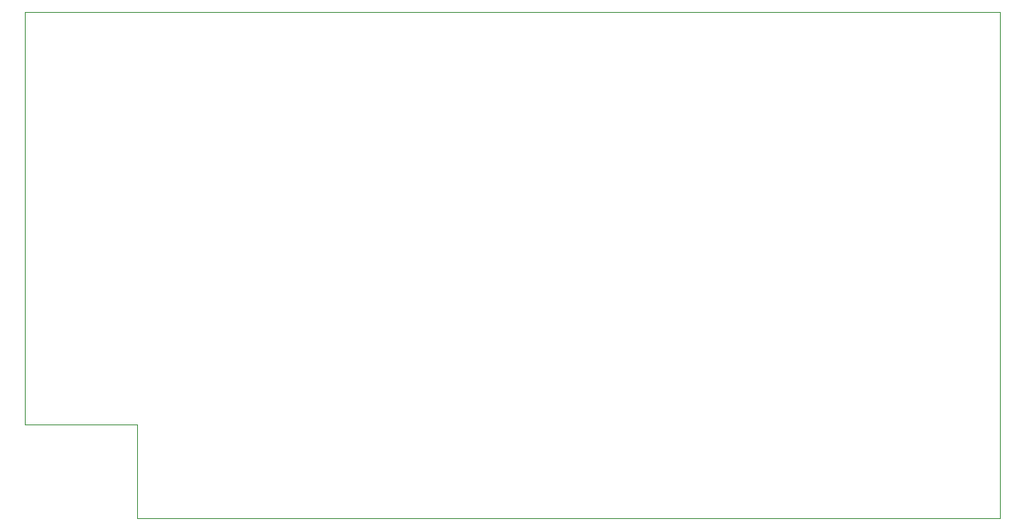
<source format=gbr>
%TF.GenerationSoftware,KiCad,Pcbnew,(5.1.12)-1*%
%TF.CreationDate,2022-08-04T09:57:32+01:00*%
%TF.ProjectId,Apple-1 ROM_RAM,4170706c-652d-4312-9052-4f4d5f52414d,rev?*%
%TF.SameCoordinates,Original*%
%TF.FileFunction,Profile,NP*%
%FSLAX46Y46*%
G04 Gerber Fmt 4.6, Leading zero omitted, Abs format (unit mm)*
G04 Created by KiCad (PCBNEW (5.1.12)-1) date 2022-08-04 09:57:32*
%MOMM*%
%LPD*%
G01*
G04 APERTURE LIST*
%TA.AperFunction,Profile*%
%ADD10C,0.050000*%
%TD*%
G04 APERTURE END LIST*
D10*
X125566200Y-138707460D02*
X125566200Y-148607460D01*
X125566200Y-138707460D02*
X113686200Y-138707460D01*
X216646200Y-95147460D02*
X216646200Y-148607460D01*
X113686200Y-95147460D02*
X216646200Y-95147460D01*
X113686200Y-138707460D02*
X113686200Y-95147460D01*
X216646200Y-148607460D02*
X125566200Y-148607460D01*
M02*

</source>
